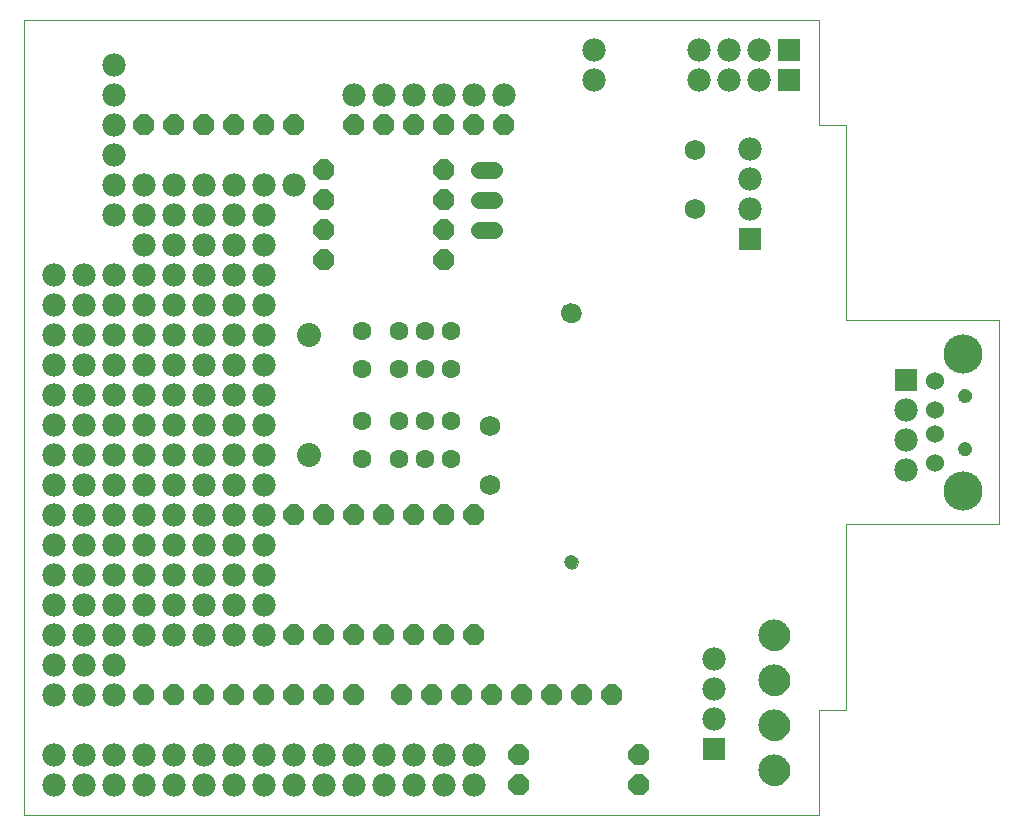
<source format=gbs>
G75*
G70*
%OFA0B0*%
%FSLAX24Y24*%
%IPPOS*%
%LPD*%
%AMOC8*
5,1,8,0,0,1.08239X$1,22.5*
%
%ADD10C,0.0000*%
%ADD11C,0.1040*%
%ADD12C,0.0473*%
%ADD13C,0.0670*%
%ADD14OC8,0.0700*%
%ADD15C,0.0560*%
%ADD16C,0.0690*%
%ADD17C,0.0631*%
%ADD18R,0.0780X0.0780*%
%ADD19C,0.0780*%
%ADD20C,0.0800*%
%ADD21C,0.0600*%
%ADD22C,0.1306*%
D10*
X002390Y000680D02*
X002390Y027176D01*
X028890Y027180D01*
X028890Y023676D01*
X029790Y023680D01*
X029790Y017180D01*
X034890Y017180D01*
X034890Y010380D01*
X029790Y010380D01*
X029790Y004180D01*
X028890Y004180D01*
X028890Y000680D01*
X002390Y000680D01*
X020400Y009113D02*
X020402Y009142D01*
X020408Y009170D01*
X020417Y009198D01*
X020430Y009224D01*
X020447Y009247D01*
X020466Y009269D01*
X020488Y009288D01*
X020513Y009303D01*
X020539Y009316D01*
X020567Y009324D01*
X020595Y009329D01*
X020624Y009330D01*
X020653Y009327D01*
X020681Y009320D01*
X020708Y009310D01*
X020734Y009296D01*
X020757Y009279D01*
X020778Y009259D01*
X020796Y009236D01*
X020811Y009211D01*
X020822Y009184D01*
X020830Y009156D01*
X020834Y009127D01*
X020834Y009099D01*
X020830Y009070D01*
X020822Y009042D01*
X020811Y009015D01*
X020796Y008990D01*
X020778Y008967D01*
X020757Y008947D01*
X020734Y008930D01*
X020708Y008916D01*
X020681Y008906D01*
X020653Y008899D01*
X020624Y008896D01*
X020595Y008897D01*
X020567Y008902D01*
X020539Y008910D01*
X020513Y008923D01*
X020488Y008938D01*
X020466Y008957D01*
X020447Y008979D01*
X020430Y009002D01*
X020417Y009028D01*
X020408Y009056D01*
X020402Y009084D01*
X020400Y009113D01*
X026890Y006680D02*
X026892Y006724D01*
X026898Y006768D01*
X026908Y006811D01*
X026921Y006853D01*
X026938Y006894D01*
X026959Y006933D01*
X026983Y006970D01*
X027010Y007005D01*
X027040Y007037D01*
X027073Y007067D01*
X027109Y007093D01*
X027146Y007117D01*
X027186Y007136D01*
X027227Y007153D01*
X027270Y007165D01*
X027313Y007174D01*
X027357Y007179D01*
X027401Y007180D01*
X027445Y007177D01*
X027489Y007170D01*
X027532Y007159D01*
X027574Y007145D01*
X027614Y007127D01*
X027653Y007105D01*
X027689Y007081D01*
X027723Y007053D01*
X027755Y007022D01*
X027784Y006988D01*
X027810Y006952D01*
X027832Y006914D01*
X027851Y006874D01*
X027866Y006832D01*
X027878Y006790D01*
X027886Y006746D01*
X027890Y006702D01*
X027890Y006658D01*
X027886Y006614D01*
X027878Y006570D01*
X027866Y006528D01*
X027851Y006486D01*
X027832Y006446D01*
X027810Y006408D01*
X027784Y006372D01*
X027755Y006338D01*
X027723Y006307D01*
X027689Y006279D01*
X027653Y006255D01*
X027614Y006233D01*
X027574Y006215D01*
X027532Y006201D01*
X027489Y006190D01*
X027445Y006183D01*
X027401Y006180D01*
X027357Y006181D01*
X027313Y006186D01*
X027270Y006195D01*
X027227Y006207D01*
X027186Y006224D01*
X027146Y006243D01*
X027109Y006267D01*
X027073Y006293D01*
X027040Y006323D01*
X027010Y006355D01*
X026983Y006390D01*
X026959Y006427D01*
X026938Y006466D01*
X026921Y006507D01*
X026908Y006549D01*
X026898Y006592D01*
X026892Y006636D01*
X026890Y006680D01*
X026890Y005180D02*
X026892Y005224D01*
X026898Y005268D01*
X026908Y005311D01*
X026921Y005353D01*
X026938Y005394D01*
X026959Y005433D01*
X026983Y005470D01*
X027010Y005505D01*
X027040Y005537D01*
X027073Y005567D01*
X027109Y005593D01*
X027146Y005617D01*
X027186Y005636D01*
X027227Y005653D01*
X027270Y005665D01*
X027313Y005674D01*
X027357Y005679D01*
X027401Y005680D01*
X027445Y005677D01*
X027489Y005670D01*
X027532Y005659D01*
X027574Y005645D01*
X027614Y005627D01*
X027653Y005605D01*
X027689Y005581D01*
X027723Y005553D01*
X027755Y005522D01*
X027784Y005488D01*
X027810Y005452D01*
X027832Y005414D01*
X027851Y005374D01*
X027866Y005332D01*
X027878Y005290D01*
X027886Y005246D01*
X027890Y005202D01*
X027890Y005158D01*
X027886Y005114D01*
X027878Y005070D01*
X027866Y005028D01*
X027851Y004986D01*
X027832Y004946D01*
X027810Y004908D01*
X027784Y004872D01*
X027755Y004838D01*
X027723Y004807D01*
X027689Y004779D01*
X027653Y004755D01*
X027614Y004733D01*
X027574Y004715D01*
X027532Y004701D01*
X027489Y004690D01*
X027445Y004683D01*
X027401Y004680D01*
X027357Y004681D01*
X027313Y004686D01*
X027270Y004695D01*
X027227Y004707D01*
X027186Y004724D01*
X027146Y004743D01*
X027109Y004767D01*
X027073Y004793D01*
X027040Y004823D01*
X027010Y004855D01*
X026983Y004890D01*
X026959Y004927D01*
X026938Y004966D01*
X026921Y005007D01*
X026908Y005049D01*
X026898Y005092D01*
X026892Y005136D01*
X026890Y005180D01*
X026890Y003680D02*
X026892Y003724D01*
X026898Y003768D01*
X026908Y003811D01*
X026921Y003853D01*
X026938Y003894D01*
X026959Y003933D01*
X026983Y003970D01*
X027010Y004005D01*
X027040Y004037D01*
X027073Y004067D01*
X027109Y004093D01*
X027146Y004117D01*
X027186Y004136D01*
X027227Y004153D01*
X027270Y004165D01*
X027313Y004174D01*
X027357Y004179D01*
X027401Y004180D01*
X027445Y004177D01*
X027489Y004170D01*
X027532Y004159D01*
X027574Y004145D01*
X027614Y004127D01*
X027653Y004105D01*
X027689Y004081D01*
X027723Y004053D01*
X027755Y004022D01*
X027784Y003988D01*
X027810Y003952D01*
X027832Y003914D01*
X027851Y003874D01*
X027866Y003832D01*
X027878Y003790D01*
X027886Y003746D01*
X027890Y003702D01*
X027890Y003658D01*
X027886Y003614D01*
X027878Y003570D01*
X027866Y003528D01*
X027851Y003486D01*
X027832Y003446D01*
X027810Y003408D01*
X027784Y003372D01*
X027755Y003338D01*
X027723Y003307D01*
X027689Y003279D01*
X027653Y003255D01*
X027614Y003233D01*
X027574Y003215D01*
X027532Y003201D01*
X027489Y003190D01*
X027445Y003183D01*
X027401Y003180D01*
X027357Y003181D01*
X027313Y003186D01*
X027270Y003195D01*
X027227Y003207D01*
X027186Y003224D01*
X027146Y003243D01*
X027109Y003267D01*
X027073Y003293D01*
X027040Y003323D01*
X027010Y003355D01*
X026983Y003390D01*
X026959Y003427D01*
X026938Y003466D01*
X026921Y003507D01*
X026908Y003549D01*
X026898Y003592D01*
X026892Y003636D01*
X026890Y003680D01*
X026890Y002180D02*
X026892Y002224D01*
X026898Y002268D01*
X026908Y002311D01*
X026921Y002353D01*
X026938Y002394D01*
X026959Y002433D01*
X026983Y002470D01*
X027010Y002505D01*
X027040Y002537D01*
X027073Y002567D01*
X027109Y002593D01*
X027146Y002617D01*
X027186Y002636D01*
X027227Y002653D01*
X027270Y002665D01*
X027313Y002674D01*
X027357Y002679D01*
X027401Y002680D01*
X027445Y002677D01*
X027489Y002670D01*
X027532Y002659D01*
X027574Y002645D01*
X027614Y002627D01*
X027653Y002605D01*
X027689Y002581D01*
X027723Y002553D01*
X027755Y002522D01*
X027784Y002488D01*
X027810Y002452D01*
X027832Y002414D01*
X027851Y002374D01*
X027866Y002332D01*
X027878Y002290D01*
X027886Y002246D01*
X027890Y002202D01*
X027890Y002158D01*
X027886Y002114D01*
X027878Y002070D01*
X027866Y002028D01*
X027851Y001986D01*
X027832Y001946D01*
X027810Y001908D01*
X027784Y001872D01*
X027755Y001838D01*
X027723Y001807D01*
X027689Y001779D01*
X027653Y001755D01*
X027614Y001733D01*
X027574Y001715D01*
X027532Y001701D01*
X027489Y001690D01*
X027445Y001683D01*
X027401Y001680D01*
X027357Y001681D01*
X027313Y001686D01*
X027270Y001695D01*
X027227Y001707D01*
X027186Y001724D01*
X027146Y001743D01*
X027109Y001767D01*
X027073Y001793D01*
X027040Y001823D01*
X027010Y001855D01*
X026983Y001890D01*
X026959Y001927D01*
X026938Y001966D01*
X026921Y002007D01*
X026908Y002049D01*
X026898Y002092D01*
X026892Y002136D01*
X026890Y002180D01*
X033512Y012894D02*
X033514Y012923D01*
X033520Y012951D01*
X033529Y012979D01*
X033542Y013005D01*
X033559Y013028D01*
X033578Y013050D01*
X033600Y013069D01*
X033625Y013084D01*
X033651Y013097D01*
X033679Y013105D01*
X033707Y013110D01*
X033736Y013111D01*
X033765Y013108D01*
X033793Y013101D01*
X033820Y013091D01*
X033846Y013077D01*
X033869Y013060D01*
X033890Y013040D01*
X033908Y013017D01*
X033923Y012992D01*
X033934Y012965D01*
X033942Y012937D01*
X033946Y012908D01*
X033946Y012880D01*
X033942Y012851D01*
X033934Y012823D01*
X033923Y012796D01*
X033908Y012771D01*
X033890Y012748D01*
X033869Y012728D01*
X033846Y012711D01*
X033820Y012697D01*
X033793Y012687D01*
X033765Y012680D01*
X033736Y012677D01*
X033707Y012678D01*
X033679Y012683D01*
X033651Y012691D01*
X033625Y012704D01*
X033600Y012719D01*
X033578Y012738D01*
X033559Y012760D01*
X033542Y012783D01*
X033529Y012809D01*
X033520Y012837D01*
X033514Y012865D01*
X033512Y012894D01*
X033512Y014666D02*
X033514Y014695D01*
X033520Y014723D01*
X033529Y014751D01*
X033542Y014777D01*
X033559Y014800D01*
X033578Y014822D01*
X033600Y014841D01*
X033625Y014856D01*
X033651Y014869D01*
X033679Y014877D01*
X033707Y014882D01*
X033736Y014883D01*
X033765Y014880D01*
X033793Y014873D01*
X033820Y014863D01*
X033846Y014849D01*
X033869Y014832D01*
X033890Y014812D01*
X033908Y014789D01*
X033923Y014764D01*
X033934Y014737D01*
X033942Y014709D01*
X033946Y014680D01*
X033946Y014652D01*
X033942Y014623D01*
X033934Y014595D01*
X033923Y014568D01*
X033908Y014543D01*
X033890Y014520D01*
X033869Y014500D01*
X033846Y014483D01*
X033820Y014469D01*
X033793Y014459D01*
X033765Y014452D01*
X033736Y014449D01*
X033707Y014450D01*
X033679Y014455D01*
X033651Y014463D01*
X033625Y014476D01*
X033600Y014491D01*
X033578Y014510D01*
X033559Y014532D01*
X033542Y014555D01*
X033529Y014581D01*
X033520Y014609D01*
X033514Y014637D01*
X033512Y014666D01*
X020302Y017420D02*
X020304Y017455D01*
X020310Y017490D01*
X020320Y017524D01*
X020333Y017557D01*
X020350Y017588D01*
X020371Y017616D01*
X020394Y017643D01*
X020421Y017666D01*
X020449Y017687D01*
X020480Y017704D01*
X020513Y017717D01*
X020547Y017727D01*
X020582Y017733D01*
X020617Y017735D01*
X020652Y017733D01*
X020687Y017727D01*
X020721Y017717D01*
X020754Y017704D01*
X020785Y017687D01*
X020813Y017666D01*
X020840Y017643D01*
X020863Y017616D01*
X020884Y017588D01*
X020901Y017557D01*
X020914Y017524D01*
X020924Y017490D01*
X020930Y017455D01*
X020932Y017420D01*
X020930Y017385D01*
X020924Y017350D01*
X020914Y017316D01*
X020901Y017283D01*
X020884Y017252D01*
X020863Y017224D01*
X020840Y017197D01*
X020813Y017174D01*
X020785Y017153D01*
X020754Y017136D01*
X020721Y017123D01*
X020687Y017113D01*
X020652Y017107D01*
X020617Y017105D01*
X020582Y017107D01*
X020547Y017113D01*
X020513Y017123D01*
X020480Y017136D01*
X020449Y017153D01*
X020421Y017174D01*
X020394Y017197D01*
X020371Y017224D01*
X020350Y017252D01*
X020333Y017283D01*
X020320Y017316D01*
X020310Y017350D01*
X020304Y017385D01*
X020302Y017420D01*
D11*
X027390Y006680D03*
X027390Y005180D03*
X027390Y003680D03*
X027390Y002180D03*
D12*
X020617Y009113D03*
X033729Y012894D03*
X033729Y014666D03*
D13*
X020617Y017420D03*
D14*
X016390Y019180D03*
X016390Y020180D03*
X016390Y021180D03*
X016390Y022180D03*
X016390Y023680D03*
X017390Y023680D03*
X018390Y023680D03*
X015390Y023680D03*
X014390Y023680D03*
X013390Y023680D03*
X012390Y022180D03*
X012390Y021180D03*
X012390Y020180D03*
X012390Y019180D03*
X011390Y023680D03*
X010390Y023680D03*
X009390Y023680D03*
X008390Y023680D03*
X007390Y023680D03*
X006390Y023680D03*
X011390Y010680D03*
X012390Y010680D03*
X013390Y010680D03*
X014390Y010680D03*
X015390Y010680D03*
X016390Y010680D03*
X017390Y010680D03*
X017390Y006680D03*
X016390Y006680D03*
X015390Y006680D03*
X014390Y006680D03*
X013390Y006680D03*
X012390Y006680D03*
X011390Y006680D03*
X011390Y004680D03*
X010390Y004680D03*
X009390Y004680D03*
X008390Y004680D03*
X007390Y004680D03*
X006390Y004680D03*
X012390Y004680D03*
X013390Y004680D03*
X014990Y004680D03*
X015990Y004680D03*
X016990Y004680D03*
X017990Y004680D03*
X018990Y004680D03*
X019990Y004680D03*
X020990Y004680D03*
X021990Y004680D03*
X022890Y002680D03*
X022890Y001680D03*
X018890Y001680D03*
X018890Y002680D03*
D15*
X018050Y020180D02*
X017530Y020180D01*
X017530Y021180D02*
X018050Y021180D01*
X018050Y022180D02*
X017530Y022180D01*
D16*
X024760Y022844D03*
X024760Y020876D03*
X017900Y013654D03*
X017900Y011686D03*
D17*
X016622Y012550D03*
X015756Y012550D03*
X014890Y012550D03*
X013630Y012550D03*
X013630Y013810D03*
X014890Y013810D03*
X015756Y013810D03*
X016622Y013810D03*
X016622Y015550D03*
X015756Y015550D03*
X014890Y015550D03*
X013630Y015550D03*
X013630Y016810D03*
X014890Y016810D03*
X015756Y016810D03*
X016622Y016810D03*
D18*
X026590Y019880D03*
X031790Y015180D03*
X027890Y025180D03*
X027890Y026180D03*
X025390Y002880D03*
D19*
X025390Y003880D03*
X025390Y004880D03*
X025390Y005880D03*
X017390Y002680D03*
X016390Y002680D03*
X016390Y001680D03*
X017390Y001680D03*
X015390Y001680D03*
X014390Y001680D03*
X014390Y002680D03*
X015390Y002680D03*
X013390Y002680D03*
X012390Y002680D03*
X012390Y001680D03*
X013390Y001680D03*
X011390Y001680D03*
X010390Y001680D03*
X010390Y002680D03*
X011390Y002680D03*
X009390Y002680D03*
X008390Y002680D03*
X007390Y002680D03*
X007390Y001680D03*
X008390Y001680D03*
X009390Y001680D03*
X006390Y001680D03*
X005390Y001680D03*
X005390Y002680D03*
X006390Y002680D03*
X004390Y002680D03*
X003390Y002680D03*
X003390Y001680D03*
X004390Y001680D03*
X004390Y004680D03*
X003390Y004680D03*
X003390Y005680D03*
X004390Y005680D03*
X004390Y006680D03*
X003390Y006680D03*
X003390Y007680D03*
X004390Y007680D03*
X005390Y007680D03*
X006390Y007680D03*
X007390Y007680D03*
X008390Y007680D03*
X009390Y007680D03*
X010390Y007680D03*
X010390Y006680D03*
X009390Y006680D03*
X008390Y006680D03*
X007390Y006680D03*
X006390Y006680D03*
X005390Y006680D03*
X005390Y005680D03*
X005390Y004680D03*
X005390Y008680D03*
X006390Y008680D03*
X006390Y009680D03*
X005390Y009680D03*
X004390Y009680D03*
X003390Y009680D03*
X003390Y008680D03*
X004390Y008680D03*
X004390Y010680D03*
X003390Y010680D03*
X003390Y011680D03*
X004390Y011680D03*
X005390Y011680D03*
X006390Y011680D03*
X006390Y010680D03*
X005390Y010680D03*
X007390Y010680D03*
X008390Y010680D03*
X009390Y010680D03*
X009390Y011680D03*
X008390Y011680D03*
X007390Y011680D03*
X007390Y012680D03*
X008390Y012680D03*
X009390Y012680D03*
X009390Y013680D03*
X008390Y013680D03*
X007390Y013680D03*
X006390Y013680D03*
X005390Y013680D03*
X005390Y012680D03*
X006390Y012680D03*
X004390Y012680D03*
X003390Y012680D03*
X003390Y013680D03*
X004390Y013680D03*
X004390Y014680D03*
X003390Y014680D03*
X003390Y015680D03*
X004390Y015680D03*
X004390Y016680D03*
X003390Y016680D03*
X003390Y017680D03*
X004390Y017680D03*
X004390Y018680D03*
X003390Y018680D03*
X005390Y018680D03*
X006390Y018680D03*
X006390Y017680D03*
X005390Y017680D03*
X005390Y016680D03*
X006390Y016680D03*
X006390Y015680D03*
X005390Y015680D03*
X005390Y014680D03*
X006390Y014680D03*
X007390Y014680D03*
X008390Y014680D03*
X009390Y014680D03*
X010390Y014680D03*
X010390Y013680D03*
X010390Y012680D03*
X010390Y011680D03*
X010390Y010680D03*
X010390Y009680D03*
X010390Y008680D03*
X009390Y008680D03*
X008390Y008680D03*
X007390Y008680D03*
X007390Y009680D03*
X008390Y009680D03*
X009390Y009680D03*
X009390Y015680D03*
X008390Y015680D03*
X007390Y015680D03*
X007390Y016680D03*
X008390Y016680D03*
X009390Y016680D03*
X010390Y016680D03*
X010390Y015680D03*
X010390Y017680D03*
X010390Y018680D03*
X009390Y018680D03*
X008390Y018680D03*
X007390Y018680D03*
X007390Y017680D03*
X008390Y017680D03*
X009390Y017680D03*
X009390Y019680D03*
X008390Y019680D03*
X007390Y019680D03*
X006390Y019680D03*
X006390Y020680D03*
X005390Y020680D03*
X005390Y021680D03*
X006390Y021680D03*
X007390Y021680D03*
X008390Y021680D03*
X009390Y021680D03*
X009390Y020680D03*
X008390Y020680D03*
X007390Y020680D03*
X005390Y022680D03*
X005390Y023680D03*
X005390Y024680D03*
X005390Y025680D03*
X010390Y021680D03*
X011390Y021680D03*
X010390Y020680D03*
X010390Y019680D03*
X013390Y024680D03*
X014390Y024680D03*
X015390Y024680D03*
X016390Y024680D03*
X017390Y024680D03*
X018390Y024680D03*
X021390Y025180D03*
X021390Y026180D03*
X024890Y026180D03*
X024890Y025180D03*
X025890Y025180D03*
X026890Y025180D03*
X026890Y026180D03*
X025890Y026180D03*
X026590Y022880D03*
X026590Y021880D03*
X026590Y020880D03*
X031790Y014180D03*
X031790Y013180D03*
X031790Y012180D03*
D20*
X011890Y012680D03*
X011890Y016680D03*
D21*
X032745Y015158D03*
X032745Y014174D03*
X032745Y013386D03*
X032745Y012402D03*
D22*
X033690Y011497D03*
X033690Y016063D03*
M02*

</source>
